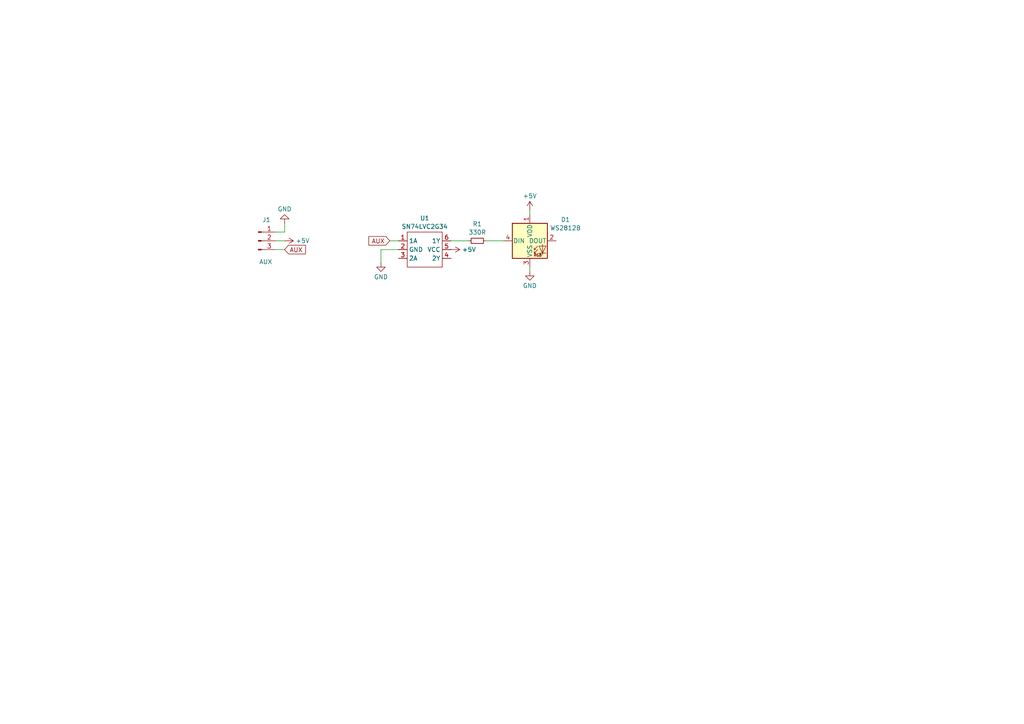
<source format=kicad_sch>
(kicad_sch (version 20231120) (generator "eeschema") (generator_version "8.0")
  (paper "A4")
  (lib_symbols
    (symbol "Connector:Conn_01x03_Pin" (pin_names (offset 1.016) hide)
      (property "Reference" "J" (at 0 5.08 0))
      (property "Value" "Conn_01x03_Pin" (at 0 -5.08 0))
      (symbol "Conn_01x03_Pin_1_1"
        (polyline (pts (xy 1.27 -2.54) (xy 0.8636 -2.54)) (stroke (width 0.1524)))
        (polyline (pts (xy 1.27 0) (xy 0.8636 0)) (stroke (width 0.1524)))
        (polyline (pts (xy 1.27 2.54) (xy 0.8636 2.54)) (stroke (width 0.1524)))
        (rectangle (start 0.8636 -2.413) (end 0 -2.667) (stroke (width 0.1524)) (fill (type outline)))
        (rectangle (start 0.8636 0.127) (end 0 -0.127) (stroke (width 0.1524)) (fill (type outline)))
        (rectangle (start 0.8636 2.667) (end 0 2.413) (stroke (width 0.1524)) (fill (type outline)))
        (pin passive line (at 5.08 2.54 180) (length 3.81) (name "Pin_1") (number "1"))
        (pin passive line (at 5.08 0 180) (length 3.81) (name "Pin_2") (number "2"))
        (pin passive line (at 5.08 -2.54 180) (length 3.81) (name "Pin_3") (number "3"))
      )
    )
    (symbol "Device:R_Small" (pin_numbers hide) (pin_names (offset 0.254) hide)
      (property "Reference" "R" (at 0.762 0.508 0))
      (property "Value" "R_Small" (at 0.762 -1.016 0))
      (symbol "R_Small_0_1"
        (rectangle (start -0.762 1.778) (end 0.762 -1.778) (stroke (width 0.2032)))
      )
      (symbol "R_Small_1_1"
        (pin passive line (at 0 2.54 270) (length 0.762) (name "~") (number "1"))
        (pin passive line (at 0 -2.54 90) (length 0.762) (name "~") (number "2"))
      )
    )
    (symbol "LED:WS2812B" (pin_names (offset 0.254))
      (property "Reference" "D" (at 5.08 5.715 0))
      (property "Value" "WS2812B" (at 1.27 -5.715 0))
      (symbol "WS2812B_0_0"
        (text "RGB" (at 2.286 -4.191 0) (effects (font (size 0.762 0.762))))
      )
      (symbol "WS2812B_0_1"
        (polyline (pts (xy 1.27 -3.556) (xy 1.778 -3.556)))
        (polyline (pts (xy 1.27 -2.54) (xy 1.778 -2.54)))
        (polyline (pts (xy 4.699 -3.556) (xy 2.667 -3.556)))
        (polyline (pts (xy 2.286 -2.54) (xy 1.27 -3.556) (xy 1.27 -3.048)))
        (polyline (pts (xy 2.286 -1.524) (xy 1.27 -2.54) (xy 1.27 -2.032)))
        (polyline (pts (xy 3.683 -1.016) (xy 3.683 -3.556) (xy 3.683 -4.064)))
        (polyline (pts (xy 4.699 -1.524) (xy 2.667 -1.524) (xy 3.683 -3.556) (xy 4.699 -1.524)))
        (rectangle (start 5.08 5.08) (end -5.08 -5.08) (stroke (width 0.254)) (fill (type background)))
      )
      (symbol "WS2812B_1_1"
        (pin power_in line (at 0 7.62 270) (length 2.54) (name "VDD") (number "1"))
        (pin output line (at 7.62 0 180) (length 2.54) (name "DOUT") (number "2"))
        (pin power_in line (at 0 -7.62 90) (length 2.54) (name "VSS") (number "3"))
        (pin input line (at -7.62 0 0) (length 2.54) (name "DIN") (number "4"))
      )
    )
    (symbol "index:SN74LVC2G34"
      (property "Reference" "U" (at 0 -3.81 0))
      (property "Value" "SN74LVC2G34" (at 0 -1.27 0))
      (symbol "SN74LVC2G34_0_1"
        (rectangle (start -5.08 10.16) (end 5.08 0))
      )
      (symbol "SN74LVC2G34_1_1"
        (pin passive line (at -7.62 7.62 0) (length 2.54) (name "1A") (number "1"))
        (pin passive line (at -7.62 5.08 0) (length 2.54) (name "GND") (number "2"))
        (pin passive line (at -7.62 2.54 0) (length 2.54) (name "2A") (number "3"))
        (pin passive line (at 7.62 2.54 180) (length 2.54) (name "2Y") (number "4"))
        (pin passive line (at 7.62 5.08 180) (length 2.54) (name "VCC") (number "5"))
        (pin passive line (at 7.62 7.62 180) (length 2.54) (name "1Y") (number "6"))
      )
    )
    (symbol "power:+5V" (power) (pin_numbers hide) (pin_names (offset 0) hide)
      (property "Value" "+5V" (at 0 3.556 0))
      (symbol "+5V_0_1"
        (polyline (pts (xy -0.762 1.27) (xy 0 2.54)))
        (polyline (pts (xy 0 0) (xy 0 2.54)))
        (polyline (pts (xy 0 2.54) (xy 0.762 1.27)))
      )
      (symbol "+5V_1_1"
        (pin power_in line (at 0 0 90) (length 0) (name "~") (number "1"))
      )
    )
    (symbol "power:GND" (power) (pin_numbers hide) (pin_names (offset 0) hide)
      (property "Value" "GND" (at 0 -3.81 0))
      (symbol "GND_0_1"
        (polyline (pts (xy 0 0) (xy 0 -1.27) (xy 1.27 -1.27) (xy 0 -2.54) (xy -1.27 -1.27) (xy 0 -1.27)))
      )
      (symbol "GND_1_1"
        (pin power_in line (at 0 0 270) (length 0) (name "~") (number "1"))
      )
    )
  )
  (wire (pts (xy 82.55 67.31) (xy 82.55 64.77)))
  (wire (pts (xy 153.67 77.47) (xy 153.67 78.74)))
  (wire (pts (xy 80.01 69.85) (xy 82.55 69.85)))
  (wire (pts (xy 115.57 72.39) (xy 110.49 72.39)))
  (wire (pts (xy 80.01 67.31) (xy 82.55 67.31)))
  (wire (pts (xy 140.97 69.85) (xy 146.05 69.85)))
  (wire (pts (xy 113.03 69.85) (xy 115.57 69.85)))
  (wire (pts (xy 153.67 60.96) (xy 153.67 62.23)))
  (wire (pts (xy 80.01 72.39) (xy 82.55 72.39)))
  (wire (pts (xy 130.81 69.85) (xy 135.89 69.85)))
  (wire (pts (xy 110.49 72.39) (xy 110.49 76.2)))
  (global_label "AUX" (shape input) (at 82.55 72.39 0) (property "Intersheetrefs" "${INTERSHEET_REFS}" (effects (hide yes))))
  (global_label "AUX" (shape input) (at 113.03 69.85 180) (property "Intersheetrefs" "${INTERSHEET_REFS}" (effects (hide yes))))
  (symbol (lib_id "power:+5V") (at 130.81 72.39 270) (unit 1)
    (property "Reference" "#PWR06" (effects (hide yes)))
    (property "Value" "+5V" (at 133.985 72.39 90) (effects (justify left)))
    (property "Description" "Power symbol creates a global label with name \"+5V\"" (effects (hide yes)))
  )
  (symbol (lib_id "LED:WS2812B") (at 153.67 69.85 0) (unit 1)
    (property "Reference" "D1" (at 164.0076 63.705 0))
    (property "Value" "WS2812B" (at 164.0076 66.1293 0))
    (property "Footprint" "LED_SMD:LED_WS2812B_PLCC4_5.0x5.0mm_P3.2mm" (effects (hide yes)))
    (property "Datasheet" "https://cdn-shop.adafruit.com/datasheets/WS2812B.pdf" (effects (hide yes)))
    (property "Description" "RGB LED with integrated controller" (effects (hide yes)))
  )
  (symbol (lib_id "Connector:Conn_01x03_Pin") (at 74.93 69.85 0) (unit 1)
    (property "Reference" "J1" (at 78.486 63.754 0) (effects (justify right)))
    (property "Value" "AUX" (at 78.994 75.946 0) (effects (justify right)))
    (property "Footprint" "Connector_JST:JST_PH_S3B-PH-SM4-TB_1x03-1MP_P2.00mm_Horizontal" (effects (hide yes)))
    (property "Description" "Generic connector, single row, 01x03, script generated" (effects (hide yes)))
  )
  (symbol (lib_id "power:+5V") (at 153.67 60.96 0) (unit 1)
    (property "Reference" "#PWR04" (effects (hide yes)))
    (property "Value" "+5V" (at 153.67 56.8269 0))
    (property "Description" "Power symbol creates a global label with name \"+5V\"" (effects (hide yes)))
  )
  (symbol (lib_id "Device:R_Small") (at 138.43 69.85 90) (unit 1)
    (property "Reference" "R1" (at 138.43 64.9689 90))
    (property "Value" "330R" (at 138.43 67.3932 90))
    (property "Footprint" "Resistor_SMD:R_0805_2012Metric" (effects (hide yes)))
    (property "Description" "Resistor, small symbol" (effects (hide yes)))
  )
  (symbol (lib_id "power:GND") (at 82.55 64.77 180) (unit 1)
    (property "Reference" "#PWR01" (effects (hide yes)))
    (property "Value" "GND" (at 82.55 60.6369 0))
    (property "Description" "Power symbol creates a global label with name \"GND\" , ground" (effects (hide yes)))
  )
  (symbol (lib_id "power:GND") (at 110.49 76.2 0) (unit 1)
    (property "Reference" "#PWR05" (effects (hide yes)))
    (property "Value" "GND" (at 110.49 80.3331 0))
    (property "Description" "Power symbol creates a global label with name \"GND\" , ground" (effects (hide yes)))
  )
  (symbol (lib_id "power:GND") (at 153.67 78.74 0) (unit 1)
    (property "Reference" "#PWR03" (effects (hide yes)))
    (property "Value" "GND" (at 153.67 82.8731 0))
    (property "Description" "Power symbol creates a global label with name \"GND\" , ground" (effects (hide yes)))
  )
  (symbol (lib_id "power:+5V") (at 82.55 69.85 270) (unit 1)
    (property "Reference" "#PWR02" (effects (hide yes)))
    (property "Value" "+5V" (at 85.725 69.85 90) (effects (justify left)))
    (property "Description" "Power symbol creates a global label with name \"+5V\"" (effects (hide yes)))
  )
  (symbol (lib_id "index:SN74LVC2G34") (at 123.19 77.47 0) (unit 1)
    (property "Reference" "U1" (at 123.19 63.2925 0))
    (property "Value" "SN74LVC2G34" (at 123.19 65.7168 0))
    (property "Footprint" "Package_TO_SOT_SMD:TSOT-23-6_HandSoldering" (effects (hide yes)))
  )
)
</source>
